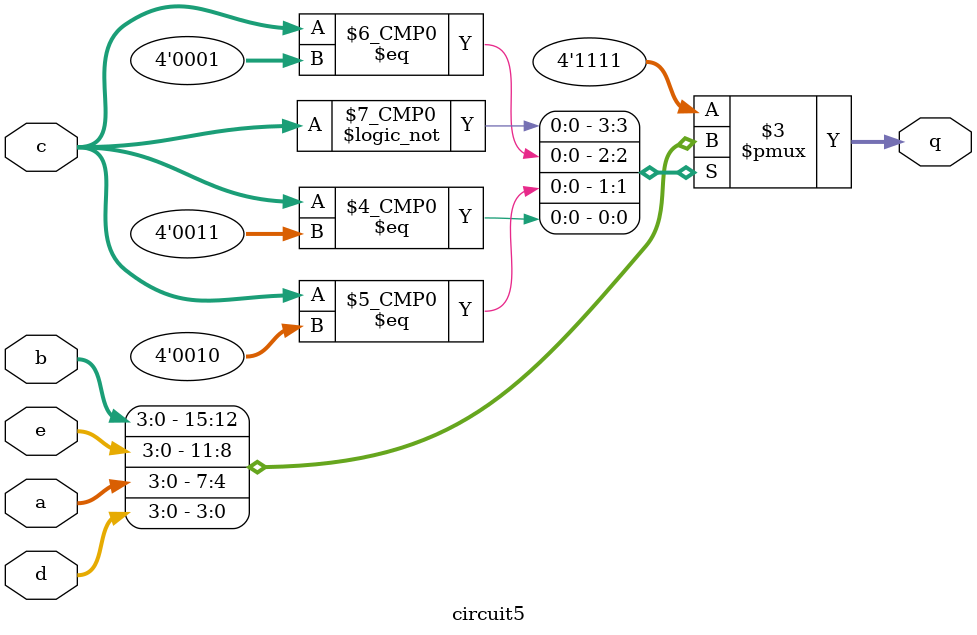
<source format=v>
module circuit5 (
  input [3:0] a,
  input [3:0] b,
  input [3:0] c,
  input [3:0] d,
  input [3:0] e,
  output reg [3:0] q

);

  always @(*)
    case (c)
      0: q = b;
      1: q = e;
      2: q = a;
      3: q = d;
      default: q = 4'hf;
    endcase

endmodule




</source>
